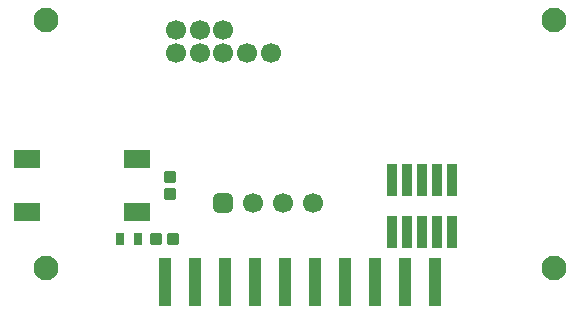
<source format=gts>
G04*
G04 #@! TF.GenerationSoftware,Altium Limited,Altium Designer,23.4.1 (23)*
G04*
G04 Layer_Color=8388736*
%FSLAX44Y44*%
%MOMM*%
G71*
G04*
G04 #@! TF.SameCoordinates,E4356CB4-9A03-4441-A28E-8BB409EA4FDF*
G04*
G04*
G04 #@! TF.FilePolarity,Negative*
G04*
G01*
G75*
%ADD13R,0.8400X2.7000*%
%ADD14R,1.1000X4.1000*%
%ADD15R,0.7000X1.0000*%
G04:AMPARAMS|DCode=16|XSize=1.05mm|YSize=1.07mm|CornerRadius=0.145mm|HoleSize=0mm|Usage=FLASHONLY|Rotation=180.000|XOffset=0mm|YOffset=0mm|HoleType=Round|Shape=RoundedRectangle|*
%AMROUNDEDRECTD16*
21,1,1.0500,0.7800,0,0,180.0*
21,1,0.7600,1.0700,0,0,180.0*
1,1,0.2900,-0.3800,0.3900*
1,1,0.2900,0.3800,0.3900*
1,1,0.2900,0.3800,-0.3900*
1,1,0.2900,-0.3800,-0.3900*
%
%ADD16ROUNDEDRECTD16*%
G04:AMPARAMS|DCode=17|XSize=1.05mm|YSize=1.07mm|CornerRadius=0.145mm|HoleSize=0mm|Usage=FLASHONLY|Rotation=270.000|XOffset=0mm|YOffset=0mm|HoleType=Round|Shape=RoundedRectangle|*
%AMROUNDEDRECTD17*
21,1,1.0500,0.7800,0,0,270.0*
21,1,0.7600,1.0700,0,0,270.0*
1,1,0.2900,-0.3900,-0.3800*
1,1,0.2900,-0.3900,0.3800*
1,1,0.2900,0.3900,0.3800*
1,1,0.2900,0.3900,-0.3800*
%
%ADD17ROUNDEDRECTD17*%
%ADD18R,2.2000X1.5000*%
%ADD19C,1.7000*%
G04:AMPARAMS|DCode=20|XSize=1.7mm|YSize=1.7mm|CornerRadius=0.45mm|HoleSize=0mm|Usage=FLASHONLY|Rotation=90.000|XOffset=0mm|YOffset=0mm|HoleType=Round|Shape=RoundedRectangle|*
%AMROUNDEDRECTD20*
21,1,1.7000,0.8000,0,0,90.0*
21,1,0.8000,1.7000,0,0,90.0*
1,1,0.9000,0.4000,0.4000*
1,1,0.9000,0.4000,-0.4000*
1,1,0.9000,-0.4000,-0.4000*
1,1,0.9000,-0.4000,0.4000*
%
%ADD20ROUNDEDRECTD20*%
%ADD21C,0.1000*%
%ADD22C,2.1000*%
D13*
X327300Y66000D02*
D03*
Y110000D02*
D03*
X340000Y66000D02*
D03*
Y110000D02*
D03*
X352700Y66000D02*
D03*
Y110000D02*
D03*
X365400Y66000D02*
D03*
Y110000D02*
D03*
X378100Y66000D02*
D03*
Y110000D02*
D03*
D14*
X313500Y23000D02*
D03*
X338900D02*
D03*
X364300D02*
D03*
X161100D02*
D03*
X186500D02*
D03*
X211900D02*
D03*
X237300D02*
D03*
X262700D02*
D03*
X288100D02*
D03*
X135700D02*
D03*
D15*
X97500Y60000D02*
D03*
X112500D02*
D03*
D16*
X127900D02*
D03*
X142100D02*
D03*
D17*
X140000Y97900D02*
D03*
Y112100D02*
D03*
D18*
X18500Y127500D02*
D03*
X111500D02*
D03*
X18500Y82500D02*
D03*
X111500D02*
D03*
D19*
X145000Y217000D02*
D03*
X235000Y90000D02*
D03*
X209600D02*
D03*
X260400D02*
D03*
X165000Y237000D02*
D03*
X205000Y217000D02*
D03*
X225000D02*
D03*
X145000Y237000D02*
D03*
X185000D02*
D03*
X165000Y217000D02*
D03*
X185000D02*
D03*
D20*
X184200Y90000D02*
D03*
D21*
X333650Y88000D02*
D03*
X371750D02*
D03*
D22*
X465000Y245000D02*
D03*
X35000D02*
D03*
X465000Y35000D02*
D03*
X35000Y35000D02*
D03*
M02*

</source>
